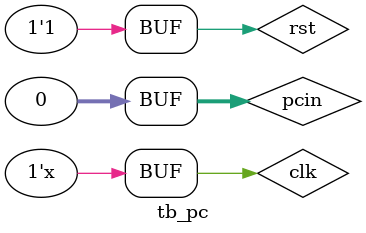
<source format=v>
`timescale 1ns / 1ps


module tb_pc();
reg clk; 
reg rst;
reg [31:0] pcin;
wire [31:0] pc;
wire inst_ce;

pc mypc(.clk(clk), .rst(rst), .pcin(pcin), .pc(pc), .inst_ce(inst_ce));
initial begin
    clk = 0;
end

always #1 clk = ~clk;
initial begin
rst = 1;
pcin = 32'b0;
#5
rst = 0;
#20
rst = 1;

end
//module pc(
//	input clk,
//	input rst,
//	input [31:0] pcin,
//	output reg [31:0] pc, 
//	output reg inst_ce
//	);
	
endmodule

</source>
